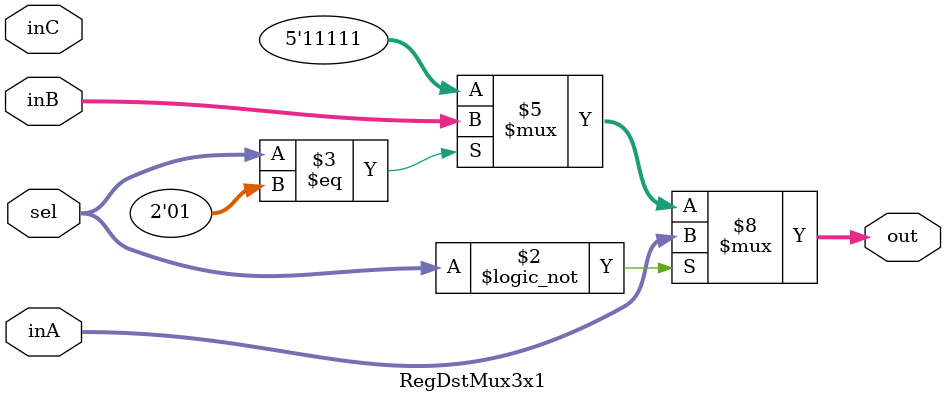
<source format=v>
`timescale 1ns / 1ps


module RegDstMux3x1(out, inA, inB, inC, sel);

    output reg [4:0] out;
    
    input [4:0] inA;
    input [4:0] inB;
    input [4:0] inC;
    input [1:0] sel;

    /* Fill in the implementation here ... */ 
    always @*
        begin
            if (sel == 0) begin
             out <= inA;
           
            end else if (sel == 1) begin
             out <= inB;

            end else begin
             out <= 5'b11111;
            end
    end

endmodule

</source>
